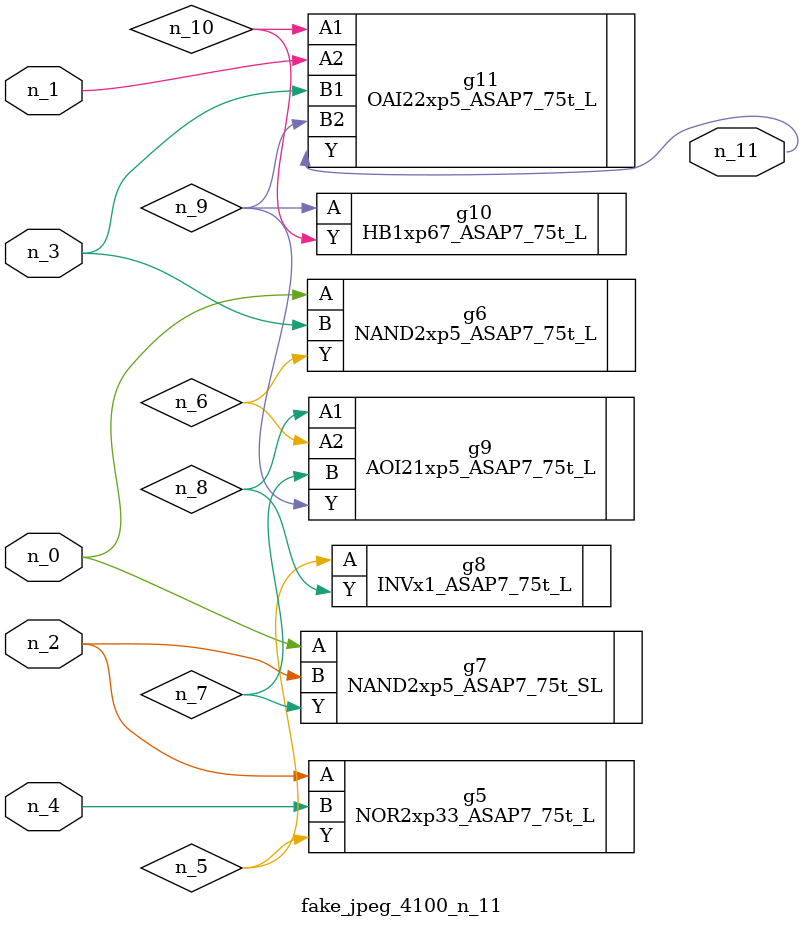
<source format=v>
module fake_jpeg_4100_n_11 (n_3, n_2, n_1, n_0, n_4, n_11);

input n_3;
input n_2;
input n_1;
input n_0;
input n_4;

output n_11;

wire n_10;
wire n_8;
wire n_9;
wire n_6;
wire n_5;
wire n_7;

NOR2xp33_ASAP7_75t_L g5 ( 
.A(n_2),
.B(n_4),
.Y(n_5)
);

NAND2xp5_ASAP7_75t_L g6 ( 
.A(n_0),
.B(n_3),
.Y(n_6)
);

NAND2xp5_ASAP7_75t_SL g7 ( 
.A(n_0),
.B(n_2),
.Y(n_7)
);

INVx1_ASAP7_75t_L g8 ( 
.A(n_5),
.Y(n_8)
);

AOI21xp5_ASAP7_75t_L g9 ( 
.A1(n_8),
.A2(n_6),
.B(n_7),
.Y(n_9)
);

HB1xp67_ASAP7_75t_L g10 ( 
.A(n_9),
.Y(n_10)
);

OAI22xp5_ASAP7_75t_L g11 ( 
.A1(n_10),
.A2(n_1),
.B1(n_3),
.B2(n_9),
.Y(n_11)
);


endmodule
</source>
